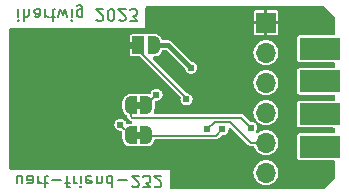
<source format=gbl>
%TF.GenerationSoftware,KiCad,Pcbnew,7.0.2-0*%
%TF.CreationDate,2023-11-06T23:03:35-08:00*%
%TF.ProjectId,uart-friend-232,75617274-2d66-4726-9965-6e642d323332,rev?*%
%TF.SameCoordinates,PX9765530PY6521e48*%
%TF.FileFunction,Copper,L2,Bot*%
%TF.FilePolarity,Positive*%
%FSLAX46Y46*%
G04 Gerber Fmt 4.6, Leading zero omitted, Abs format (unit mm)*
G04 Created by KiCad (PCBNEW 7.0.2-0) date 2023-11-06 23:03:35*
%MOMM*%
%LPD*%
G01*
G04 APERTURE LIST*
G04 Aperture macros list*
%AMFreePoly0*
4,1,19,0.500000,-0.750000,0.000000,-0.750000,0.000000,-0.744911,-0.071157,-0.744911,-0.207708,-0.704816,-0.327430,-0.627875,-0.420627,-0.520320,-0.479746,-0.390866,-0.500000,-0.250000,-0.500000,0.250000,-0.479746,0.390866,-0.420627,0.520320,-0.327430,0.627875,-0.207708,0.704816,-0.071157,0.744911,0.000000,0.744911,0.000000,0.750000,0.500000,0.750000,0.500000,-0.750000,0.500000,-0.750000,
$1*%
%AMFreePoly1*
4,1,19,0.000000,0.744911,0.071157,0.744911,0.207708,0.704816,0.327430,0.627875,0.420627,0.520320,0.479746,0.390866,0.500000,0.250000,0.500000,-0.250000,0.479746,-0.390866,0.420627,-0.520320,0.327430,-0.627875,0.207708,-0.704816,0.071157,-0.744911,0.000000,-0.744911,0.000000,-0.750000,-0.500000,-0.750000,-0.500000,0.750000,0.000000,0.750000,0.000000,0.744911,0.000000,0.744911,
$1*%
%AMFreePoly2*
4,1,19,0.550000,-0.750000,0.000000,-0.750000,0.000000,-0.744911,-0.071157,-0.744911,-0.207708,-0.704816,-0.327430,-0.627875,-0.420627,-0.520320,-0.479746,-0.390866,-0.500000,-0.250000,-0.500000,0.250000,-0.479746,0.390866,-0.420627,0.520320,-0.327430,0.627875,-0.207708,0.704816,-0.071157,0.744911,0.000000,0.744911,0.000000,0.750000,0.550000,0.750000,0.550000,-0.750000,0.550000,-0.750000,
$1*%
%AMFreePoly3*
4,1,19,0.000000,0.744911,0.071157,0.744911,0.207708,0.704816,0.327430,0.627875,0.420627,0.520320,0.479746,0.390866,0.500000,0.250000,0.500000,-0.250000,0.479746,-0.390866,0.420627,-0.520320,0.327430,-0.627875,0.207708,-0.704816,0.071157,-0.744911,0.000000,-0.744911,0.000000,-0.750000,-0.550000,-0.750000,-0.550000,0.750000,0.000000,0.750000,0.000000,0.744911,0.000000,0.744911,
$1*%
G04 Aperture macros list end*
%ADD10C,0.150000*%
%TA.AperFunction,NonConductor*%
%ADD11C,0.150000*%
%TD*%
%TA.AperFunction,ComponentPad*%
%ADD12O,1.700000X1.700000*%
%TD*%
%TA.AperFunction,ComponentPad*%
%ADD13R,1.700000X1.700000*%
%TD*%
%TA.AperFunction,SMDPad,CuDef*%
%ADD14FreePoly0,180.000000*%
%TD*%
%TA.AperFunction,SMDPad,CuDef*%
%ADD15FreePoly1,180.000000*%
%TD*%
%TA.AperFunction,SMDPad,CuDef*%
%ADD16FreePoly0,0.000000*%
%TD*%
%TA.AperFunction,SMDPad,CuDef*%
%ADD17FreePoly1,0.000000*%
%TD*%
%TA.AperFunction,SMDPad,CuDef*%
%ADD18FreePoly2,0.000000*%
%TD*%
%TA.AperFunction,SMDPad,CuDef*%
%ADD19R,1.000000X1.500000*%
%TD*%
%TA.AperFunction,SMDPad,CuDef*%
%ADD20FreePoly3,0.000000*%
%TD*%
%TA.AperFunction,SMDPad,CuDef*%
%ADD21R,3.480000X1.846667*%
%TD*%
%TA.AperFunction,ViaPad*%
%ADD22C,0.609600*%
%TD*%
%TA.AperFunction,Conductor*%
%ADD23C,0.400000*%
%TD*%
%TA.AperFunction,Conductor*%
%ADD24C,0.200000*%
%TD*%
G04 APERTURE END LIST*
D10*
D11*
X8239095Y15752620D02*
X8239095Y15085953D01*
X8239095Y14752620D02*
X8191476Y14800239D01*
X8191476Y14800239D02*
X8239095Y14847858D01*
X8239095Y14847858D02*
X8286714Y14800239D01*
X8286714Y14800239D02*
X8239095Y14752620D01*
X8239095Y14752620D02*
X8239095Y14847858D01*
X8715285Y15752620D02*
X8715285Y14752620D01*
X9143856Y15752620D02*
X9143856Y15228810D01*
X9143856Y15228810D02*
X9096237Y15133572D01*
X9096237Y15133572D02*
X9000999Y15085953D01*
X9000999Y15085953D02*
X8858142Y15085953D01*
X8858142Y15085953D02*
X8762904Y15133572D01*
X8762904Y15133572D02*
X8715285Y15181191D01*
X10048618Y15752620D02*
X10048618Y15228810D01*
X10048618Y15228810D02*
X10000999Y15133572D01*
X10000999Y15133572D02*
X9905761Y15085953D01*
X9905761Y15085953D02*
X9715285Y15085953D01*
X9715285Y15085953D02*
X9620047Y15133572D01*
X10048618Y15705000D02*
X9953380Y15752620D01*
X9953380Y15752620D02*
X9715285Y15752620D01*
X9715285Y15752620D02*
X9620047Y15705000D01*
X9620047Y15705000D02*
X9572428Y15609762D01*
X9572428Y15609762D02*
X9572428Y15514524D01*
X9572428Y15514524D02*
X9620047Y15419286D01*
X9620047Y15419286D02*
X9715285Y15371667D01*
X9715285Y15371667D02*
X9953380Y15371667D01*
X9953380Y15371667D02*
X10048618Y15324048D01*
X10524809Y15752620D02*
X10524809Y15085953D01*
X10524809Y15276429D02*
X10572428Y15181191D01*
X10572428Y15181191D02*
X10620047Y15133572D01*
X10620047Y15133572D02*
X10715285Y15085953D01*
X10715285Y15085953D02*
X10810523Y15085953D01*
X11001000Y15085953D02*
X11381952Y15085953D01*
X11143857Y14752620D02*
X11143857Y15609762D01*
X11143857Y15609762D02*
X11191476Y15705000D01*
X11191476Y15705000D02*
X11286714Y15752620D01*
X11286714Y15752620D02*
X11381952Y15752620D01*
X11620048Y15085953D02*
X11810524Y15752620D01*
X11810524Y15752620D02*
X12001000Y15276429D01*
X12001000Y15276429D02*
X12191476Y15752620D01*
X12191476Y15752620D02*
X12381952Y15085953D01*
X12762905Y15752620D02*
X12762905Y15085953D01*
X12762905Y14752620D02*
X12715286Y14800239D01*
X12715286Y14800239D02*
X12762905Y14847858D01*
X12762905Y14847858D02*
X12810524Y14800239D01*
X12810524Y14800239D02*
X12762905Y14752620D01*
X12762905Y14752620D02*
X12762905Y14847858D01*
X13667666Y15085953D02*
X13667666Y15895477D01*
X13667666Y15895477D02*
X13620047Y15990715D01*
X13620047Y15990715D02*
X13572428Y16038334D01*
X13572428Y16038334D02*
X13477190Y16085953D01*
X13477190Y16085953D02*
X13334333Y16085953D01*
X13334333Y16085953D02*
X13239095Y16038334D01*
X13667666Y15705000D02*
X13572428Y15752620D01*
X13572428Y15752620D02*
X13381952Y15752620D01*
X13381952Y15752620D02*
X13286714Y15705000D01*
X13286714Y15705000D02*
X13239095Y15657381D01*
X13239095Y15657381D02*
X13191476Y15562143D01*
X13191476Y15562143D02*
X13191476Y15276429D01*
X13191476Y15276429D02*
X13239095Y15181191D01*
X13239095Y15181191D02*
X13286714Y15133572D01*
X13286714Y15133572D02*
X13381952Y15085953D01*
X13381952Y15085953D02*
X13572428Y15085953D01*
X13572428Y15085953D02*
X13667666Y15133572D01*
X14858143Y14847858D02*
X14905762Y14800239D01*
X14905762Y14800239D02*
X15001000Y14752620D01*
X15001000Y14752620D02*
X15239095Y14752620D01*
X15239095Y14752620D02*
X15334333Y14800239D01*
X15334333Y14800239D02*
X15381952Y14847858D01*
X15381952Y14847858D02*
X15429571Y14943096D01*
X15429571Y14943096D02*
X15429571Y15038334D01*
X15429571Y15038334D02*
X15381952Y15181191D01*
X15381952Y15181191D02*
X14810524Y15752620D01*
X14810524Y15752620D02*
X15429571Y15752620D01*
X16048619Y14752620D02*
X16143857Y14752620D01*
X16143857Y14752620D02*
X16239095Y14800239D01*
X16239095Y14800239D02*
X16286714Y14847858D01*
X16286714Y14847858D02*
X16334333Y14943096D01*
X16334333Y14943096D02*
X16381952Y15133572D01*
X16381952Y15133572D02*
X16381952Y15371667D01*
X16381952Y15371667D02*
X16334333Y15562143D01*
X16334333Y15562143D02*
X16286714Y15657381D01*
X16286714Y15657381D02*
X16239095Y15705000D01*
X16239095Y15705000D02*
X16143857Y15752620D01*
X16143857Y15752620D02*
X16048619Y15752620D01*
X16048619Y15752620D02*
X15953381Y15705000D01*
X15953381Y15705000D02*
X15905762Y15657381D01*
X15905762Y15657381D02*
X15858143Y15562143D01*
X15858143Y15562143D02*
X15810524Y15371667D01*
X15810524Y15371667D02*
X15810524Y15133572D01*
X15810524Y15133572D02*
X15858143Y14943096D01*
X15858143Y14943096D02*
X15905762Y14847858D01*
X15905762Y14847858D02*
X15953381Y14800239D01*
X15953381Y14800239D02*
X16048619Y14752620D01*
X16762905Y14847858D02*
X16810524Y14800239D01*
X16810524Y14800239D02*
X16905762Y14752620D01*
X16905762Y14752620D02*
X17143857Y14752620D01*
X17143857Y14752620D02*
X17239095Y14800239D01*
X17239095Y14800239D02*
X17286714Y14847858D01*
X17286714Y14847858D02*
X17334333Y14943096D01*
X17334333Y14943096D02*
X17334333Y15038334D01*
X17334333Y15038334D02*
X17286714Y15181191D01*
X17286714Y15181191D02*
X16715286Y15752620D01*
X16715286Y15752620D02*
X17334333Y15752620D01*
X17667667Y14752620D02*
X18286714Y14752620D01*
X18286714Y14752620D02*
X17953381Y15133572D01*
X17953381Y15133572D02*
X18096238Y15133572D01*
X18096238Y15133572D02*
X18191476Y15181191D01*
X18191476Y15181191D02*
X18239095Y15228810D01*
X18239095Y15228810D02*
X18286714Y15324048D01*
X18286714Y15324048D02*
X18286714Y15562143D01*
X18286714Y15562143D02*
X18239095Y15657381D01*
X18239095Y15657381D02*
X18191476Y15705000D01*
X18191476Y15705000D02*
X18096238Y15752620D01*
X18096238Y15752620D02*
X17810524Y15752620D01*
X17810524Y15752620D02*
X17715286Y15705000D01*
X17715286Y15705000D02*
X17667667Y15657381D01*
D10*
D11*
X8540666Y988953D02*
X8540666Y1655620D01*
X8112095Y988953D02*
X8112095Y1512762D01*
X8112095Y1512762D02*
X8159714Y1608000D01*
X8159714Y1608000D02*
X8254952Y1655620D01*
X8254952Y1655620D02*
X8397809Y1655620D01*
X8397809Y1655620D02*
X8493047Y1608000D01*
X8493047Y1608000D02*
X8540666Y1560381D01*
X9445428Y1655620D02*
X9445428Y1131810D01*
X9445428Y1131810D02*
X9397809Y1036572D01*
X9397809Y1036572D02*
X9302571Y988953D01*
X9302571Y988953D02*
X9112095Y988953D01*
X9112095Y988953D02*
X9016857Y1036572D01*
X9445428Y1608000D02*
X9350190Y1655620D01*
X9350190Y1655620D02*
X9112095Y1655620D01*
X9112095Y1655620D02*
X9016857Y1608000D01*
X9016857Y1608000D02*
X8969238Y1512762D01*
X8969238Y1512762D02*
X8969238Y1417524D01*
X8969238Y1417524D02*
X9016857Y1322286D01*
X9016857Y1322286D02*
X9112095Y1274667D01*
X9112095Y1274667D02*
X9350190Y1274667D01*
X9350190Y1274667D02*
X9445428Y1227048D01*
X9921619Y1655620D02*
X9921619Y988953D01*
X9921619Y1179429D02*
X9969238Y1084191D01*
X9969238Y1084191D02*
X10016857Y1036572D01*
X10016857Y1036572D02*
X10112095Y988953D01*
X10112095Y988953D02*
X10207333Y988953D01*
X10397810Y988953D02*
X10778762Y988953D01*
X10540667Y655620D02*
X10540667Y1512762D01*
X10540667Y1512762D02*
X10588286Y1608000D01*
X10588286Y1608000D02*
X10683524Y1655620D01*
X10683524Y1655620D02*
X10778762Y1655620D01*
X11112096Y1274667D02*
X11874001Y1274667D01*
X12207334Y988953D02*
X12588286Y988953D01*
X12350191Y1655620D02*
X12350191Y798477D01*
X12350191Y798477D02*
X12397810Y703239D01*
X12397810Y703239D02*
X12493048Y655620D01*
X12493048Y655620D02*
X12588286Y655620D01*
X12921620Y1655620D02*
X12921620Y988953D01*
X12921620Y1179429D02*
X12969239Y1084191D01*
X12969239Y1084191D02*
X13016858Y1036572D01*
X13016858Y1036572D02*
X13112096Y988953D01*
X13112096Y988953D02*
X13207334Y988953D01*
X13540668Y1655620D02*
X13540668Y988953D01*
X13540668Y655620D02*
X13493049Y703239D01*
X13493049Y703239D02*
X13540668Y750858D01*
X13540668Y750858D02*
X13588287Y703239D01*
X13588287Y703239D02*
X13540668Y655620D01*
X13540668Y655620D02*
X13540668Y750858D01*
X14397810Y1608000D02*
X14302572Y1655620D01*
X14302572Y1655620D02*
X14112096Y1655620D01*
X14112096Y1655620D02*
X14016858Y1608000D01*
X14016858Y1608000D02*
X13969239Y1512762D01*
X13969239Y1512762D02*
X13969239Y1131810D01*
X13969239Y1131810D02*
X14016858Y1036572D01*
X14016858Y1036572D02*
X14112096Y988953D01*
X14112096Y988953D02*
X14302572Y988953D01*
X14302572Y988953D02*
X14397810Y1036572D01*
X14397810Y1036572D02*
X14445429Y1131810D01*
X14445429Y1131810D02*
X14445429Y1227048D01*
X14445429Y1227048D02*
X13969239Y1322286D01*
X14874001Y988953D02*
X14874001Y1655620D01*
X14874001Y1084191D02*
X14921620Y1036572D01*
X14921620Y1036572D02*
X15016858Y988953D01*
X15016858Y988953D02*
X15159715Y988953D01*
X15159715Y988953D02*
X15254953Y1036572D01*
X15254953Y1036572D02*
X15302572Y1131810D01*
X15302572Y1131810D02*
X15302572Y1655620D01*
X16207334Y1655620D02*
X16207334Y655620D01*
X16207334Y1608000D02*
X16112096Y1655620D01*
X16112096Y1655620D02*
X15921620Y1655620D01*
X15921620Y1655620D02*
X15826382Y1608000D01*
X15826382Y1608000D02*
X15778763Y1560381D01*
X15778763Y1560381D02*
X15731144Y1465143D01*
X15731144Y1465143D02*
X15731144Y1179429D01*
X15731144Y1179429D02*
X15778763Y1084191D01*
X15778763Y1084191D02*
X15826382Y1036572D01*
X15826382Y1036572D02*
X15921620Y988953D01*
X15921620Y988953D02*
X16112096Y988953D01*
X16112096Y988953D02*
X16207334Y1036572D01*
X16683525Y1274667D02*
X17445430Y1274667D01*
X17874001Y750858D02*
X17921620Y703239D01*
X17921620Y703239D02*
X18016858Y655620D01*
X18016858Y655620D02*
X18254953Y655620D01*
X18254953Y655620D02*
X18350191Y703239D01*
X18350191Y703239D02*
X18397810Y750858D01*
X18397810Y750858D02*
X18445429Y846096D01*
X18445429Y846096D02*
X18445429Y941334D01*
X18445429Y941334D02*
X18397810Y1084191D01*
X18397810Y1084191D02*
X17826382Y1655620D01*
X17826382Y1655620D02*
X18445429Y1655620D01*
X18778763Y655620D02*
X19397810Y655620D01*
X19397810Y655620D02*
X19064477Y1036572D01*
X19064477Y1036572D02*
X19207334Y1036572D01*
X19207334Y1036572D02*
X19302572Y1084191D01*
X19302572Y1084191D02*
X19350191Y1131810D01*
X19350191Y1131810D02*
X19397810Y1227048D01*
X19397810Y1227048D02*
X19397810Y1465143D01*
X19397810Y1465143D02*
X19350191Y1560381D01*
X19350191Y1560381D02*
X19302572Y1608000D01*
X19302572Y1608000D02*
X19207334Y1655620D01*
X19207334Y1655620D02*
X18921620Y1655620D01*
X18921620Y1655620D02*
X18826382Y1608000D01*
X18826382Y1608000D02*
X18778763Y1560381D01*
X19778763Y750858D02*
X19826382Y703239D01*
X19826382Y703239D02*
X19921620Y655620D01*
X19921620Y655620D02*
X20159715Y655620D01*
X20159715Y655620D02*
X20254953Y703239D01*
X20254953Y703239D02*
X20302572Y750858D01*
X20302572Y750858D02*
X20350191Y846096D01*
X20350191Y846096D02*
X20350191Y941334D01*
X20350191Y941334D02*
X20302572Y1084191D01*
X20302572Y1084191D02*
X19731144Y1655620D01*
X19731144Y1655620D02*
X20350191Y1655620D01*
%TA.AperFunction,EtchedComponent*%
%TO.C,JP3*%
G36*
X18665000Y7320000D02*
G01*
X18165000Y7320000D01*
X18165000Y7920000D01*
X18665000Y7920000D01*
X18665000Y7320000D01*
G37*
%TD.AperFunction*%
%TA.AperFunction,EtchedComponent*%
%TO.C,JP2*%
G36*
X18665000Y4780000D02*
G01*
X18165000Y4780000D01*
X18165000Y5380000D01*
X18665000Y5380000D01*
X18665000Y4780000D01*
G37*
%TD.AperFunction*%
%TA.AperFunction,EtchedComponent*%
%TO.C,JP1*%
G36*
X18015000Y12400000D02*
G01*
X17515000Y12400000D01*
X17515000Y13000000D01*
X18015000Y13000000D01*
X18015000Y12400000D01*
G37*
%TD.AperFunction*%
%TD*%
D12*
%TO.P,J2,6,Pin_6*%
%TO.N,unconnected-(J2-Pin_6-Pad6)*%
X29210000Y1905000D03*
%TO.P,J2,5,Pin_5*%
%TO.N,/UART_TX*%
X29210000Y4445000D03*
%TO.P,J2,4,Pin_4*%
%TO.N,/UART_RX*%
X29210000Y6985000D03*
%TO.P,J2,3,Pin_3*%
%TO.N,+5V*%
X29210000Y9525000D03*
%TO.P,J2,2,Pin_2*%
%TO.N,unconnected-(J2-Pin_2-Pad2)*%
X29210000Y12065000D03*
D13*
%TO.P,J2,1,Pin_1*%
%TO.N,GND*%
X29210000Y14605000D03*
%TD*%
D14*
%TO.P,JP3,1,A*%
%TO.N,/RS232_TX*%
X19065000Y7620000D03*
D15*
%TO.P,JP3,2,B*%
%TO.N,/RS232_TX_J*%
X17765000Y7620000D03*
%TD*%
D16*
%TO.P,JP2,1,A*%
%TO.N,/RS232_RX*%
X17765000Y5080000D03*
D17*
%TO.P,JP2,2,B*%
%TO.N,/RS232_RX_J*%
X19065000Y5080000D03*
%TD*%
D18*
%TO.P,JP1,1,A*%
%TO.N,GND*%
X17115000Y12700000D03*
D19*
%TO.P,JP1,2,C*%
%TO.N,/FORCEON*%
X18415000Y12700000D03*
D20*
%TO.P,JP1,3,B*%
%TO.N,+5V*%
X19715000Y12700000D03*
%TD*%
D21*
%TO.P,J1,6,6*%
%TO.N,unconnected-(J1-Pad6)*%
X33785000Y12410000D03*
%TO.P,J1,7,7*%
%TO.N,unconnected-(J1-Pad7)*%
X33785000Y9640000D03*
%TO.P,J1,8,8*%
%TO.N,unconnected-(J1-Pad8)*%
X33785000Y6870000D03*
%TO.P,J1,9,9*%
%TO.N,unconnected-(J1-Pad9)*%
X33785000Y4100000D03*
%TD*%
D22*
%TO.N,GND*%
X31242000Y2540000D03*
X32639000Y1016000D03*
X7874000Y13716000D03*
X7874000Y2540000D03*
%TO.N,/UART_TX*%
X24257000Y5588000D03*
%TO.N,/RS232_RX_J*%
X25527000Y5588000D03*
%TO.N,/RS232_TX_J*%
X27940000Y5715000D03*
%TO.N,+5V*%
X22860000Y10795000D03*
%TO.N,GND*%
X26162000Y11938000D03*
X26163739Y7131601D03*
X19939000Y9271000D03*
X22479000Y9271000D03*
%TO.N,/FORCEON*%
X22479000Y8128000D03*
%TO.N,GND*%
X15367000Y11430000D03*
X13843000Y11430000D03*
X8255000Y7620000D03*
%TO.N,/RS232_RX*%
X16891000Y5969000D03*
%TO.N,/RS232_TX*%
X19939000Y8509000D03*
%TD*%
D23*
%TO.N,GND*%
X8255000Y7620000D02*
X7874000Y8001000D01*
X7874000Y8001000D02*
X7874000Y8763000D01*
X7874000Y8763000D02*
X7874000Y13716000D01*
X8255000Y7620000D02*
X7874000Y7239000D01*
X7874000Y7239000D02*
X7874000Y2540000D01*
D24*
%TO.N,/RS232_RX_J*%
X24970300Y5031300D02*
X25527000Y5588000D01*
X19065000Y5080000D02*
X19113700Y5031300D01*
X19113700Y5031300D02*
X24970300Y5031300D01*
%TO.N,/UART_TX*%
X24892000Y6223000D02*
X24257000Y5588000D01*
%TO.N,/RS232_TX_J*%
X17877047Y6574901D02*
X17765000Y6686948D01*
%TO.N,/UART_TX*%
X24892000Y6223000D02*
X26162000Y6223000D01*
X26162000Y6223000D02*
X27940000Y4445000D01*
%TO.N,/RS232_TX_J*%
X27080099Y6574901D02*
X17877047Y6574901D01*
X27940000Y5715000D02*
X27080099Y6574901D01*
X17765000Y6686948D02*
X17765000Y7620000D01*
%TO.N,/UART_TX*%
X27940000Y4445000D02*
X29210000Y4445000D01*
D23*
%TO.N,+5V*%
X22860000Y10795000D02*
X20955000Y12700000D01*
X20955000Y12700000D02*
X19715000Y12700000D01*
D24*
%TO.N,/FORCEON*%
X18415000Y12700000D02*
X18415000Y12319000D01*
X18415000Y12319000D02*
X22479000Y8255000D01*
X22479000Y8255000D02*
X22479000Y8128000D01*
%TO.N,/RS232_RX*%
X16891000Y5954000D02*
X17765000Y5080000D01*
X16891000Y5969000D02*
X16891000Y5954000D01*
%TO.N,/RS232_TX*%
X19939000Y8509000D02*
X19939000Y8494000D01*
X19939000Y8494000D02*
X19065000Y7620000D01*
%TO.N,/UART_TX*%
X29057600Y4445000D02*
X29210000Y4445000D01*
%TO.N,unconnected-(J2-Pin_6-Pad6)*%
X29057600Y1905000D02*
X29210000Y1905000D01*
%TD*%
%TA.AperFunction,Conductor*%
%TO.N,GND*%
G36*
X34095303Y15981498D02*
G01*
X34116277Y15964595D01*
X35014595Y15066277D01*
X35048621Y15003965D01*
X35051500Y14977182D01*
X35051500Y13663034D01*
X35031498Y13594913D01*
X34977842Y13548420D01*
X34925500Y13537034D01*
X32024936Y13537034D01*
X31995227Y13531125D01*
X31965519Y13525215D01*
X31898140Y13480194D01*
X31853119Y13412815D01*
X31853118Y13412814D01*
X31853119Y13412814D01*
X31841300Y13353398D01*
X31841300Y11466602D01*
X31853119Y11407186D01*
X31898140Y11339806D01*
X31965520Y11294785D01*
X32024936Y11282966D01*
X34925500Y11282966D01*
X34993621Y11262964D01*
X35040114Y11209308D01*
X35051500Y11156966D01*
X35051500Y10893034D01*
X35031498Y10824913D01*
X34977842Y10778420D01*
X34925500Y10767034D01*
X32024936Y10767034D01*
X31995227Y10761125D01*
X31965519Y10755215D01*
X31898140Y10710194D01*
X31853119Y10642815D01*
X31853118Y10642814D01*
X31853119Y10642814D01*
X31841300Y10583398D01*
X31841300Y8696602D01*
X31853119Y8637186D01*
X31898140Y8569806D01*
X31965520Y8524785D01*
X32024936Y8512966D01*
X34925500Y8512966D01*
X34993621Y8492964D01*
X35040114Y8439308D01*
X35051500Y8386966D01*
X35051500Y8123034D01*
X35031498Y8054913D01*
X34977842Y8008420D01*
X34925500Y7997034D01*
X32024936Y7997034D01*
X31995227Y7991125D01*
X31965519Y7985215D01*
X31898140Y7940194D01*
X31853119Y7872815D01*
X31853118Y7872814D01*
X31853119Y7872814D01*
X31841300Y7813398D01*
X31841300Y5926602D01*
X31853119Y5867186D01*
X31898140Y5799806D01*
X31965520Y5754785D01*
X32024936Y5742966D01*
X34925500Y5742966D01*
X34993621Y5722964D01*
X35040114Y5669308D01*
X35051500Y5616966D01*
X35051500Y5353034D01*
X35031498Y5284913D01*
X34977842Y5238420D01*
X34925500Y5227034D01*
X32024936Y5227034D01*
X31995227Y5221125D01*
X31965519Y5215215D01*
X31898140Y5170194D01*
X31853119Y5102815D01*
X31848481Y5079500D01*
X31841300Y5043398D01*
X31841300Y3156602D01*
X31853119Y3097186D01*
X31898140Y3029806D01*
X31965520Y2984785D01*
X32024936Y2972966D01*
X34925500Y2972966D01*
X34993621Y2952964D01*
X35040114Y2899308D01*
X35051500Y2846966D01*
X35051500Y1532818D01*
X35031498Y1464697D01*
X35014595Y1443723D01*
X34116277Y545405D01*
X34053965Y511379D01*
X34027182Y508500D01*
X21188225Y508500D01*
X21120104Y528502D01*
X21073611Y582158D01*
X21062225Y634500D01*
X21062225Y1905000D01*
X28151201Y1905000D01*
X28171546Y1698444D01*
X28171546Y1698442D01*
X28171547Y1698439D01*
X28221787Y1532818D01*
X28231799Y1499814D01*
X28329643Y1316761D01*
X28461316Y1156317D01*
X28621760Y1024644D01*
X28621761Y1024644D01*
X28621763Y1024642D01*
X28804816Y926798D01*
X29003439Y866547D01*
X29210000Y846202D01*
X29416561Y866547D01*
X29615184Y926798D01*
X29798237Y1024642D01*
X29958683Y1156317D01*
X30090358Y1316763D01*
X30188202Y1499816D01*
X30248453Y1698439D01*
X30268798Y1905000D01*
X30248453Y2111561D01*
X30188202Y2310184D01*
X30090358Y2493237D01*
X30090356Y2493240D01*
X29958683Y2653684D01*
X29798239Y2785357D01*
X29615186Y2883201D01*
X29615185Y2883202D01*
X29615184Y2883202D01*
X29416561Y2943453D01*
X29416558Y2943454D01*
X29416556Y2943454D01*
X29210000Y2963799D01*
X29003443Y2943454D01*
X29003440Y2943454D01*
X29003439Y2943453D01*
X28857911Y2899308D01*
X28804813Y2883201D01*
X28621760Y2785357D01*
X28461316Y2653684D01*
X28329643Y2493240D01*
X28231799Y2310187D01*
X28171546Y2111557D01*
X28151201Y1905000D01*
X21062225Y1905000D01*
X21062225Y2124557D01*
X7619500Y2124557D01*
X7551379Y2144559D01*
X7504886Y2198215D01*
X7493500Y2250557D01*
X7493500Y5969001D01*
X16377270Y5969001D01*
X16398080Y5824269D01*
X16398080Y5824268D01*
X16398081Y5824266D01*
X16444344Y5722964D01*
X16458824Y5691257D01*
X16554578Y5580750D01*
X16677589Y5501696D01*
X16817888Y5460500D01*
X16817889Y5460500D01*
X16902814Y5460500D01*
X16970935Y5440498D01*
X16991909Y5423595D01*
X17017376Y5398128D01*
X17051402Y5335816D01*
X17054281Y5309033D01*
X17054281Y5300443D01*
X17056026Y5288308D01*
X17057309Y5270374D01*
X17057309Y4889632D01*
X17056027Y4871703D01*
X17054281Y4859558D01*
X17054281Y4800439D01*
X17074741Y4658131D01*
X17091397Y4601409D01*
X17091398Y4601406D01*
X17151126Y4470621D01*
X17183085Y4420892D01*
X17277239Y4312231D01*
X17314647Y4279817D01*
X17321917Y4273517D01*
X17376500Y4238439D01*
X17442870Y4195786D01*
X17496643Y4171229D01*
X17634598Y4130722D01*
X17649226Y4128619D01*
X17693108Y4122309D01*
X17693111Y4122309D01*
X18264999Y4122309D01*
X18265000Y4122309D01*
X18344480Y4138119D01*
X18345000Y4138467D01*
X18412751Y4159681D01*
X18481218Y4140898D01*
X18484967Y4138489D01*
X18485520Y4138119D01*
X18565000Y4122309D01*
X18565001Y4122309D01*
X19136892Y4122309D01*
X19171996Y4127357D01*
X19195402Y4130722D01*
X19333357Y4171229D01*
X19387130Y4195786D01*
X19508084Y4273518D01*
X19552761Y4312231D01*
X19646915Y4420892D01*
X19678874Y4470621D01*
X19738602Y4601406D01*
X19749082Y4637099D01*
X19787465Y4696824D01*
X19852046Y4726317D01*
X19869978Y4727600D01*
X24900205Y4727600D01*
X24917232Y4724823D01*
X24927612Y4725303D01*
X24927615Y4725302D01*
X24974419Y4727466D01*
X24980238Y4727600D01*
X24999454Y4727600D01*
X25014113Y4729302D01*
X25041037Y4730546D01*
X25047361Y4733339D01*
X25075098Y4741929D01*
X25081910Y4743202D01*
X25104835Y4757398D01*
X25120261Y4765529D01*
X25144905Y4776409D01*
X25149793Y4781298D01*
X25172563Y4799333D01*
X25178446Y4802975D01*
X25194698Y4824499D01*
X25206134Y4837640D01*
X25411092Y5042598D01*
X25473402Y5076621D01*
X25500185Y5079500D01*
X25600112Y5079500D01*
X25679514Y5102815D01*
X25740411Y5120696D01*
X25863421Y5199750D01*
X25959176Y5310257D01*
X26019919Y5443266D01*
X26040729Y5588000D01*
X26039732Y5594931D01*
X26049833Y5665201D01*
X26096324Y5718859D01*
X26164444Y5738864D01*
X26232565Y5718865D01*
X26253544Y5701959D01*
X27675686Y4279817D01*
X27685766Y4265808D01*
X27728076Y4227238D01*
X27732265Y4223238D01*
X27745153Y4210350D01*
X27745156Y4210348D01*
X27745871Y4209633D01*
X27757441Y4200468D01*
X27777353Y4182316D01*
X27783799Y4179819D01*
X27809493Y4166276D01*
X27815204Y4162364D01*
X27841443Y4156194D01*
X27858099Y4151036D01*
X27883229Y4141300D01*
X27890143Y4141300D01*
X27918991Y4137953D01*
X27925730Y4136368D01*
X27925730Y4136369D01*
X27925731Y4136368D01*
X27952427Y4140093D01*
X27969835Y4141300D01*
X28107565Y4141300D01*
X28175686Y4121298D01*
X28222179Y4067642D01*
X28228139Y4051876D01*
X28231797Y4039818D01*
X28329643Y3856761D01*
X28461316Y3696317D01*
X28621760Y3564644D01*
X28621761Y3564644D01*
X28621763Y3564642D01*
X28804816Y3466798D01*
X29003439Y3406547D01*
X29210000Y3386202D01*
X29416561Y3406547D01*
X29615184Y3466798D01*
X29798237Y3564642D01*
X29958683Y3696317D01*
X30090358Y3856763D01*
X30188202Y4039816D01*
X30248453Y4238439D01*
X30268798Y4445000D01*
X30266274Y4470621D01*
X30253393Y4601406D01*
X30248453Y4651561D01*
X30188202Y4850184D01*
X30090358Y5033237D01*
X30090356Y5033240D01*
X29958683Y5193684D01*
X29798239Y5325357D01*
X29615186Y5423201D01*
X29615185Y5423202D01*
X29615184Y5423202D01*
X29416561Y5483453D01*
X29416558Y5483454D01*
X29416556Y5483454D01*
X29209999Y5503799D01*
X29003443Y5483454D01*
X29003440Y5483454D01*
X29003439Y5483453D01*
X28861834Y5440498D01*
X28804813Y5423201D01*
X28621762Y5325359D01*
X28561370Y5275796D01*
X28496022Y5248043D01*
X28426044Y5260025D01*
X28373653Y5307939D01*
X28355482Y5376571D01*
X28366823Y5425538D01*
X28372173Y5437255D01*
X28372176Y5437257D01*
X28432919Y5570266D01*
X28453729Y5715000D01*
X28432919Y5859734D01*
X28372176Y5992743D01*
X28372174Y5992745D01*
X28366823Y6004463D01*
X28356720Y6074737D01*
X28386213Y6139318D01*
X28445939Y6177701D01*
X28516935Y6177701D01*
X28561370Y6154204D01*
X28621759Y6104644D01*
X28639497Y6095163D01*
X28804816Y6006798D01*
X29003439Y5946547D01*
X29210000Y5926202D01*
X29416561Y5946547D01*
X29615184Y6006798D01*
X29798237Y6104642D01*
X29958683Y6236317D01*
X30090358Y6396763D01*
X30188202Y6579816D01*
X30248453Y6778439D01*
X30268798Y6985000D01*
X30266274Y7010621D01*
X30253393Y7141406D01*
X30248453Y7191561D01*
X30188202Y7390184D01*
X30090358Y7573237D01*
X30052391Y7619500D01*
X29958683Y7733684D01*
X29798239Y7865357D01*
X29615186Y7963201D01*
X29615185Y7963202D01*
X29615184Y7963202D01*
X29416561Y8023453D01*
X29416558Y8023454D01*
X29416556Y8023454D01*
X29209999Y8043799D01*
X29003443Y8023454D01*
X29003440Y8023454D01*
X29003439Y8023453D01*
X28877384Y7985215D01*
X28804813Y7963201D01*
X28621760Y7865357D01*
X28461316Y7733684D01*
X28329643Y7573240D01*
X28231799Y7390187D01*
X28171546Y7191557D01*
X28151201Y6985001D01*
X28171546Y6778444D01*
X28171546Y6778442D01*
X28171547Y6778439D01*
X28226733Y6596513D01*
X28231799Y6579814D01*
X28329641Y6396764D01*
X28330505Y6395711D01*
X28362161Y6357138D01*
X28391135Y6321834D01*
X28418889Y6256487D01*
X28406907Y6186509D01*
X28358995Y6134117D01*
X28290363Y6115945D01*
X28225616Y6135902D01*
X28153412Y6182304D01*
X28013112Y6223500D01*
X28013111Y6223500D01*
X27913187Y6223500D01*
X27845066Y6243502D01*
X27824092Y6260405D01*
X27344414Y6740083D01*
X27334336Y6754090D01*
X27292021Y6792665D01*
X27287831Y6796666D01*
X27274946Y6809551D01*
X27274942Y6809554D01*
X27274227Y6810269D01*
X27262658Y6819433D01*
X27242744Y6837588D01*
X27236294Y6840086D01*
X27210608Y6853625D01*
X27204896Y6857538D01*
X27178661Y6863708D01*
X27161995Y6868868D01*
X27136870Y6878601D01*
X27129956Y6878601D01*
X27101108Y6881948D01*
X27094368Y6883534D01*
X27067672Y6879809D01*
X27050264Y6878601D01*
X19814643Y6878601D01*
X19746522Y6898603D01*
X19700029Y6952259D01*
X19689925Y7022533D01*
X19700029Y7056943D01*
X19709010Y7076612D01*
X19738602Y7141406D01*
X19755257Y7198127D01*
X19775719Y7340442D01*
X19775719Y7399557D01*
X19773973Y7411703D01*
X19772691Y7429632D01*
X19772691Y7810374D01*
X19773974Y7828308D01*
X19775719Y7840443D01*
X19775719Y7849033D01*
X19795721Y7917154D01*
X19812621Y7938127D01*
X19838093Y7963598D01*
X19900406Y7997621D01*
X19927187Y8000500D01*
X20012112Y8000500D01*
X20090285Y8023454D01*
X20152411Y8041696D01*
X20275421Y8120750D01*
X20371176Y8231257D01*
X20431919Y8364266D01*
X20452729Y8509000D01*
X20431919Y8653734D01*
X20371176Y8786743D01*
X20358392Y8801496D01*
X20275421Y8897251D01*
X20152410Y8976305D01*
X20012112Y9017500D01*
X20012111Y9017500D01*
X19865889Y9017500D01*
X19865888Y9017500D01*
X19725589Y8976305D01*
X19602578Y8897251D01*
X19506824Y8786744D01*
X19446080Y8653732D01*
X19444969Y8646003D01*
X19415474Y8581423D01*
X19355747Y8543041D01*
X19284754Y8543042D01*
X19258876Y8550641D01*
X19195398Y8569280D01*
X19136892Y8577691D01*
X19136889Y8577691D01*
X18565000Y8577691D01*
X18538506Y8572421D01*
X18485518Y8561881D01*
X18484999Y8561533D01*
X18417245Y8540320D01*
X18348779Y8559105D01*
X18345001Y8561533D01*
X18344481Y8561881D01*
X18304634Y8569807D01*
X18265000Y8577691D01*
X17693111Y8577691D01*
X17693108Y8577691D01*
X17634599Y8569279D01*
X17496645Y8528772D01*
X17496642Y8528771D01*
X17496643Y8528771D01*
X17462035Y8512966D01*
X17442866Y8504212D01*
X17321917Y8426484D01*
X17277240Y8387770D01*
X17183085Y8279109D01*
X17151126Y8229380D01*
X17091397Y8098593D01*
X17074741Y8041870D01*
X17054281Y7899562D01*
X17054281Y7840443D01*
X17056026Y7828308D01*
X17057309Y7810374D01*
X17057309Y7429632D01*
X17056027Y7411703D01*
X17054281Y7399558D01*
X17054281Y7340439D01*
X17074741Y7198131D01*
X17091397Y7141408D01*
X17091398Y7141406D01*
X17151126Y7010621D01*
X17183085Y6960892D01*
X17277239Y6852231D01*
X17321916Y6813518D01*
X17326972Y6810269D01*
X17403421Y6761138D01*
X17449914Y6707482D01*
X17458054Y6670058D01*
X17459159Y6670264D01*
X17460994Y6660438D01*
X17463000Y6643131D01*
X17464245Y6616212D01*
X17467041Y6609880D01*
X17475627Y6582150D01*
X17476900Y6575340D01*
X17491093Y6552417D01*
X17499227Y6536986D01*
X17510108Y6512344D01*
X17514996Y6507456D01*
X17533027Y6484693D01*
X17536674Y6478803D01*
X17558186Y6462558D01*
X17571350Y6451102D01*
X17612730Y6409722D01*
X17622812Y6395711D01*
X17630490Y6388712D01*
X17630491Y6388710D01*
X17665000Y6357251D01*
X17665124Y6357138D01*
X17669313Y6353138D01*
X17682200Y6340251D01*
X17682203Y6340249D01*
X17682918Y6339534D01*
X17694488Y6330369D01*
X17714400Y6312217D01*
X17720849Y6309719D01*
X17746540Y6296177D01*
X17752251Y6292265D01*
X17777425Y6286345D01*
X17839157Y6251279D01*
X17872132Y6188404D01*
X17865879Y6117684D01*
X17822385Y6061570D01*
X17755458Y6037879D01*
X17748579Y6037691D01*
X17693108Y6037691D01*
X17634599Y6029279D01*
X17545245Y6003042D01*
X17474249Y6003042D01*
X17414522Y6041426D01*
X17385030Y6106003D01*
X17383919Y6113734D01*
X17323176Y6246743D01*
X17273183Y6304438D01*
X17227421Y6357251D01*
X17104410Y6436305D01*
X16964112Y6477500D01*
X16964111Y6477500D01*
X16817889Y6477500D01*
X16817888Y6477500D01*
X16677589Y6436305D01*
X16554578Y6357251D01*
X16458824Y6246744D01*
X16398080Y6113732D01*
X16377270Y5969001D01*
X7493500Y5969001D01*
X7493500Y11929936D01*
X17711300Y11929936D01*
X17723119Y11870520D01*
X17768140Y11803140D01*
X17835520Y11758119D01*
X17894936Y11746300D01*
X18506014Y11746300D01*
X18574135Y11726298D01*
X18595109Y11709395D01*
X21947226Y8357277D01*
X21981252Y8294965D01*
X21982848Y8250250D01*
X21965270Y8128000D01*
X21986080Y7983269D01*
X21986080Y7983268D01*
X21986081Y7983266D01*
X22006694Y7938130D01*
X22046824Y7850257D01*
X22142578Y7739750D01*
X22265589Y7660696D01*
X22405888Y7619500D01*
X22405889Y7619500D01*
X22552112Y7619500D01*
X22622261Y7640099D01*
X22692411Y7660696D01*
X22815421Y7739750D01*
X22911176Y7850257D01*
X22971919Y7983266D01*
X22992729Y8128000D01*
X22971919Y8272734D01*
X22911176Y8405743D01*
X22841159Y8486547D01*
X22815421Y8516251D01*
X22732908Y8569278D01*
X22692411Y8595304D01*
X22612968Y8618631D01*
X22547412Y8637880D01*
X22493816Y8669681D01*
X21638497Y9525000D01*
X28151201Y9525000D01*
X28171546Y9318444D01*
X28171546Y9318442D01*
X28171547Y9318439D01*
X28231798Y9119816D01*
X28231799Y9119814D01*
X28329643Y8936761D01*
X28461316Y8776317D01*
X28621760Y8644644D01*
X28621761Y8644644D01*
X28621763Y8644642D01*
X28804816Y8546798D01*
X29003439Y8486547D01*
X29168687Y8470272D01*
X29209999Y8466202D01*
X29209999Y8466203D01*
X29210000Y8466202D01*
X29416561Y8486547D01*
X29615184Y8546798D01*
X29798237Y8644642D01*
X29958683Y8776317D01*
X30090358Y8936763D01*
X30188202Y9119816D01*
X30248453Y9318439D01*
X30268798Y9525000D01*
X30248453Y9731561D01*
X30188202Y9930184D01*
X30090358Y10113237D01*
X30090356Y10113240D01*
X29958683Y10273684D01*
X29798239Y10405357D01*
X29615186Y10503201D01*
X29615185Y10503202D01*
X29615184Y10503202D01*
X29416561Y10563453D01*
X29416558Y10563454D01*
X29416556Y10563454D01*
X29209999Y10583799D01*
X29003443Y10563454D01*
X29003440Y10563454D01*
X29003439Y10563453D01*
X28851150Y10517257D01*
X28804813Y10503201D01*
X28621760Y10405357D01*
X28461316Y10273684D01*
X28329643Y10113240D01*
X28231799Y9930187D01*
X28171546Y9731557D01*
X28151201Y9525000D01*
X21638497Y9525000D01*
X19636283Y11527214D01*
X19602257Y11589526D01*
X19607322Y11660341D01*
X19649869Y11717177D01*
X19716389Y11741988D01*
X19725378Y11742309D01*
X19786892Y11742309D01*
X19821996Y11747357D01*
X19845402Y11750722D01*
X19983357Y11791229D01*
X20037130Y11815786D01*
X20158084Y11893518D01*
X20202761Y11932231D01*
X20296915Y12040892D01*
X20328874Y12090621D01*
X20388602Y12221406D01*
X20388602Y12221409D01*
X20389166Y12222642D01*
X20435659Y12276298D01*
X20503780Y12296300D01*
X20735592Y12296300D01*
X20803713Y12276298D01*
X20824687Y12259395D01*
X22326220Y10757862D01*
X22360246Y10695550D01*
X22361842Y10686700D01*
X22367080Y10650268D01*
X22427824Y10517257D01*
X22523578Y10406750D01*
X22646589Y10327696D01*
X22786888Y10286500D01*
X22786889Y10286500D01*
X22933112Y10286500D01*
X23003261Y10307099D01*
X23073411Y10327696D01*
X23196421Y10406750D01*
X23292176Y10517257D01*
X23352919Y10650266D01*
X23373729Y10795000D01*
X23352919Y10939734D01*
X23292176Y11072743D01*
X23279392Y11087497D01*
X23196421Y11183251D01*
X23121535Y11231376D01*
X23073411Y11262304D01*
X22948827Y11298886D01*
X22895232Y11330686D01*
X22160917Y12065001D01*
X28151201Y12065001D01*
X28171546Y11858444D01*
X28171546Y11858442D01*
X28171547Y11858439D01*
X28214398Y11717177D01*
X28231799Y11659814D01*
X28329643Y11476761D01*
X28461316Y11316317D01*
X28621760Y11184644D01*
X28621761Y11184644D01*
X28621763Y11184642D01*
X28804816Y11086798D01*
X29003439Y11026547D01*
X29168687Y11010272D01*
X29209999Y11006202D01*
X29209999Y11006203D01*
X29210000Y11006202D01*
X29416561Y11026547D01*
X29615184Y11086798D01*
X29798237Y11184642D01*
X29958683Y11316317D01*
X30090358Y11476763D01*
X30188202Y11659816D01*
X30248453Y11858439D01*
X30268798Y12065000D01*
X30248453Y12271561D01*
X30188202Y12470184D01*
X30090358Y12653237D01*
X30090356Y12653240D01*
X29958683Y12813684D01*
X29798239Y12945357D01*
X29615186Y13043201D01*
X29615185Y13043202D01*
X29615184Y13043202D01*
X29416561Y13103453D01*
X29416558Y13103454D01*
X29416556Y13103454D01*
X29210000Y13123799D01*
X29003443Y13103454D01*
X29003440Y13103454D01*
X29003439Y13103453D01*
X28873982Y13064183D01*
X28804813Y13043201D01*
X28621760Y12945357D01*
X28461316Y12813684D01*
X28329643Y12653240D01*
X28231799Y12470187D01*
X28231798Y12470185D01*
X28231798Y12470184D01*
X28179052Y12296300D01*
X28171546Y12271557D01*
X28151201Y12065001D01*
X22160917Y12065001D01*
X21195248Y13030670D01*
X21195247Y13030671D01*
X21175413Y13040778D01*
X21158563Y13051104D01*
X21140560Y13064184D01*
X21119392Y13071062D01*
X21101131Y13078626D01*
X21081305Y13088727D01*
X21059325Y13092209D01*
X21040109Y13096822D01*
X21018939Y13103700D01*
X21018938Y13103700D01*
X20503780Y13103700D01*
X20435659Y13123702D01*
X20389166Y13177358D01*
X20388602Y13178594D01*
X20328874Y13309379D01*
X20296915Y13359108D01*
X20202761Y13467769D01*
X20158084Y13506482D01*
X20158085Y13506482D01*
X20158082Y13506484D01*
X20037133Y13584212D01*
X20037130Y13584214D01*
X19983357Y13608771D01*
X19983354Y13608772D01*
X19845400Y13649279D01*
X19786892Y13657691D01*
X19786889Y13657691D01*
X19165000Y13657691D01*
X19085520Y13641881D01*
X19064582Y13637716D01*
X19015418Y13637716D01*
X18994480Y13641881D01*
X18935064Y13653700D01*
X17894936Y13653700D01*
X17872711Y13649279D01*
X17835519Y13641881D01*
X17768140Y13596860D01*
X17723119Y13529481D01*
X17718545Y13506484D01*
X17711300Y13470064D01*
X17711300Y11929936D01*
X7493500Y11929936D01*
X7493500Y13734988D01*
X28156800Y13734988D01*
X28168590Y13675715D01*
X28213500Y13608501D01*
X28280714Y13563591D01*
X28339987Y13551800D01*
X29082500Y13551800D01*
X29082500Y14118190D01*
X29174237Y14105000D01*
X29245763Y14105000D01*
X29337500Y14118190D01*
X29337500Y13551800D01*
X30080013Y13551800D01*
X30139285Y13563591D01*
X30206499Y13608501D01*
X30251409Y13675715D01*
X30263200Y13734988D01*
X30263200Y14477500D01*
X29693671Y14477500D01*
X29710000Y14533111D01*
X29710000Y14676889D01*
X29693671Y14732500D01*
X30263200Y14732500D01*
X30263200Y15475013D01*
X30251409Y15534286D01*
X30206499Y15601500D01*
X30139285Y15646410D01*
X30080013Y15658200D01*
X29337500Y15658200D01*
X29337500Y15091811D01*
X29245763Y15105000D01*
X29174237Y15105000D01*
X29082500Y15091811D01*
X29082500Y15658200D01*
X28339987Y15658200D01*
X28280714Y15646410D01*
X28213500Y15601500D01*
X28168590Y15534286D01*
X28156800Y15475013D01*
X28156800Y14732500D01*
X28726329Y14732500D01*
X28710000Y14676889D01*
X28710000Y14533111D01*
X28726329Y14477500D01*
X28156800Y14477500D01*
X28156800Y13734988D01*
X7493500Y13734988D01*
X7493500Y14027443D01*
X7513502Y14095564D01*
X7567158Y14142057D01*
X7619500Y14153443D01*
X18998748Y14153443D01*
X18998748Y15875500D01*
X19018750Y15943621D01*
X19072406Y15990114D01*
X19124748Y16001500D01*
X34027182Y16001500D01*
X34095303Y15981498D01*
G37*
%TD.AperFunction*%
%TD*%
M02*

</source>
